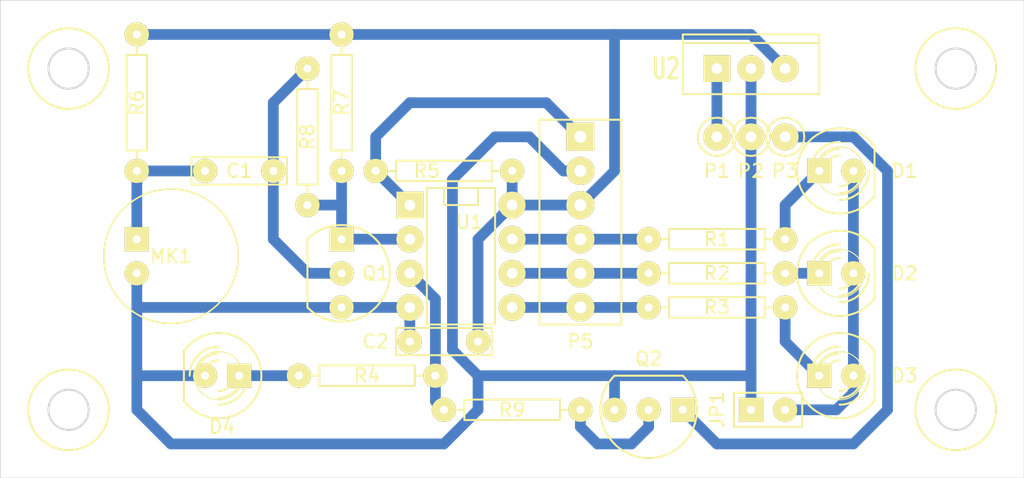
<source format=kicad_pcb>
(kicad_pcb (version 20171130) (host pcbnew 5.1.9+dfsg1-1~bpo10+1)

  (general
    (thickness 1.6)
    (drawings 4)
    (tracks 82)
    (zones 0)
    (modules 29)
    (nets 19)
  )

  (page A4)
  (layers
    (0 F.Cu signal)
    (31 B.Cu signal)
    (32 B.Adhes user)
    (33 F.Adhes user)
    (34 B.Paste user)
    (35 F.Paste user)
    (36 B.SilkS user)
    (37 F.SilkS user)
    (38 B.Mask user)
    (39 F.Mask user)
    (40 Dwgs.User user)
    (41 Cmts.User user)
    (42 Eco1.User user)
    (43 Eco2.User user)
    (44 Edge.Cuts user)
    (45 Margin user)
    (46 B.CrtYd user)
    (47 F.CrtYd user)
    (48 B.Fab user)
    (49 F.Fab user)
  )

  (setup
    (last_trace_width 0.8)
    (trace_clearance 0.2)
    (zone_clearance 0.508)
    (zone_45_only no)
    (trace_min 0.2)
    (via_size 0.8)
    (via_drill 0.4)
    (via_min_size 0.4)
    (via_min_drill 0.3)
    (uvia_size 0.3)
    (uvia_drill 0.1)
    (uvias_allowed no)
    (uvia_min_size 0.2)
    (uvia_min_drill 0.1)
    (edge_width 0.05)
    (segment_width 0.2)
    (pcb_text_width 0.3)
    (pcb_text_size 1.5 1.5)
    (mod_edge_width 0.12)
    (mod_text_size 1 1)
    (mod_text_width 0.15)
    (pad_size 1.524 1.524)
    (pad_drill 0.762)
    (pad_to_mask_clearance 0)
    (aux_axis_origin 0 0)
    (visible_elements FFFFFF7F)
    (pcbplotparams
      (layerselection 0x010fc_ffffffff)
      (usegerberextensions false)
      (usegerberattributes true)
      (usegerberadvancedattributes true)
      (creategerberjobfile true)
      (excludeedgelayer true)
      (linewidth 0.100000)
      (plotframeref false)
      (viasonmask false)
      (mode 1)
      (useauxorigin false)
      (hpglpennumber 1)
      (hpglpenspeed 20)
      (hpglpendiameter 15.000000)
      (psnegative false)
      (psa4output false)
      (plotreference true)
      (plotvalue true)
      (plotinvisibletext false)
      (padsonsilk false)
      (subtractmaskfromsilk false)
      (outputformat 1)
      (mirror false)
      (drillshape 1)
      (scaleselection 1)
      (outputdirectory ""))
  )

  (net 0 "")
  (net 1 "Net-(C1-Pad1)")
  (net 2 "Net-(C1-Pad2)")
  (net 3 "Net-(D1-Pad2)")
  (net 4 "Net-(D1-Pad1)")
  (net 5 "Net-(D2-Pad1)")
  (net 6 "Net-(D3-Pad1)")
  (net 7 "Net-(D4-Pad1)")
  (net 8 "Net-(P1-Pad1)")
  (net 9 "Net-(P3-Pad1)")
  (net 10 "Net-(P5-Pad1)")
  (net 11 "Net-(P5-Pad4)")
  (net 12 "Net-(P5-Pad5)")
  (net 13 "Net-(P5-Pad6)")
  (net 14 "Net-(Q1-Pad1)")
  (net 15 "Net-(Q2-Pad2)")
  (net 16 "Net-(R4-Pad2)")
  (net 17 "Net-(C2-Pad1)")
  (net 18 "Net-(C2-Pad2)")

  (net_class Default "This is the default net class."
    (clearance 0.2)
    (trace_width 0.8)
    (via_dia 0.8)
    (via_drill 0.4)
    (uvia_dia 0.3)
    (uvia_drill 0.1)
    (add_net "Net-(C1-Pad1)")
    (add_net "Net-(C1-Pad2)")
    (add_net "Net-(C2-Pad1)")
    (add_net "Net-(C2-Pad2)")
    (add_net "Net-(D1-Pad1)")
    (add_net "Net-(D1-Pad2)")
    (add_net "Net-(D2-Pad1)")
    (add_net "Net-(D3-Pad1)")
    (add_net "Net-(D4-Pad1)")
    (add_net "Net-(P1-Pad1)")
    (add_net "Net-(P3-Pad1)")
    (add_net "Net-(P5-Pad1)")
    (add_net "Net-(P5-Pad4)")
    (add_net "Net-(P5-Pad5)")
    (add_net "Net-(P5-Pad6)")
    (add_net "Net-(Q1-Pad1)")
    (add_net "Net-(Q2-Pad2)")
    (add_net "Net-(R4-Pad2)")
  )

  (module kicad:TO220_VERT (layer F.Cu) (tedit 60070A54) (tstamp 6007085E)
    (at 149.86 43.18 90)
    (descr "Regulateur TO220 serie LM78xx")
    (tags "TR TO220")
    (path /5FFF46EE)
    (fp_text reference U2 (at 0 -6.35) (layer F.SilkS)
      (effects (font (size 1.524 1.016) (thickness 0.2032)))
    )
    (fp_text value 7805 (at 0 6.35 90) (layer F.SilkS) hide
      (effects (font (size 1.524 1.016) (thickness 0.2032)))
    )
    (fp_line (start 1.905 -5.08) (end 2.54 -5.08) (layer F.SilkS) (width 0.15))
    (fp_line (start 2.54 -5.08) (end 2.54 5.08) (layer F.SilkS) (width 0.15))
    (fp_line (start 2.54 5.08) (end 1.905 5.08) (layer F.SilkS) (width 0.15))
    (fp_line (start -1.905 -5.08) (end 1.905 -5.08) (layer F.SilkS) (width 0.15))
    (fp_line (start 1.905 -5.08) (end 1.905 5.08) (layer F.SilkS) (width 0.15))
    (fp_line (start 1.905 5.08) (end -1.905 5.08) (layer F.SilkS) (width 0.15))
    (fp_line (start -1.905 5.08) (end -1.905 -5.08) (layer F.SilkS) (width 0.15))
    (pad 3 thru_hole circle (at 0 2.54 90) (size 2 2) (drill 0.8) (layers *.Cu *.Mask F.SilkS)
      (net 17 "Net-(C2-Pad1)"))
    (pad 2 thru_hole circle (at 0 0 90) (size 2 2) (drill 0.8) (layers *.Cu *.Mask F.SilkS)
      (net 18 "Net-(C2-Pad2)"))
    (pad 1 thru_hole rect (at 0 -2.54 90) (size 2 2) (drill 0.8) (layers *.Cu *.Mask F.SilkS)
      (net 8 "Net-(P1-Pad1)"))
  )

  (module kicad:ELECTRET (layer F.Cu) (tedit 600702B1) (tstamp 6005F14F)
    (at 106.68 57.15)
    (descr "Transistor TO92 brochage type BC337")
    (tags "TR TO92")
    (path /6006A05B)
    (fp_text reference MK1 (at 0 0 180) (layer F.SilkS)
      (effects (font (size 1 1) (thickness 0.15)))
    )
    (fp_text value Microphone (at 0 6.35 180) (layer F.SilkS) hide
      (effects (font (size 1 1) (thickness 0.15)))
    )
    (fp_circle (center 0 0) (end 5 0) (layer F.SilkS) (width 0.12))
    (pad 1 thru_hole rect (at -2.54 -1.27 180) (size 1.80086 1.80086) (drill 0.59944) (layers *.Cu *.Mask F.SilkS)
      (net 2 "Net-(C1-Pad2)"))
    (pad 2 thru_hole circle (at -2.54 1.27 180) (size 1.80086 1.80086) (drill 0.59944) (layers *.Cu *.Mask F.SilkS)
      (net 18 "Net-(C2-Pad2)"))
    (model discret/to98.wrl
      (at (xyz 0 0 0))
      (scale (xyz 1 1 1))
      (rotate (xyz 0 0 0))
    )
  )

  (module kicad:ENTRETOISE (layer F.Cu) (tedit 5F5F89AC) (tstamp 6005EF1F)
    (at 99.06 43.18)
    (fp_text reference REF** (at 0 -3.81) (layer F.SilkS) hide
      (effects (font (size 1 1) (thickness 0.15)))
    )
    (fp_text value ENTRETOISE (at 0 3.81) (layer F.Fab) hide
      (effects (font (size 1 1) (thickness 0.15)))
    )
    (fp_circle (center 0 0) (end 3 0) (layer F.SilkS) (width 0.15))
    (fp_circle (center 0 0) (end 1.5 0) (layer Edge.Cuts) (width 0.15))
  )

  (module kicad:ENTRETOISE (layer F.Cu) (tedit 5F5F89AC) (tstamp 6005EF0A)
    (at 99.06 68.58)
    (fp_text reference REF** (at 0 -3.81) (layer F.SilkS) hide
      (effects (font (size 1 1) (thickness 0.15)))
    )
    (fp_text value ENTRETOISE (at 0 3.81) (layer F.Fab) hide
      (effects (font (size 1 1) (thickness 0.15)))
    )
    (fp_circle (center 0 0) (end 3 0) (layer F.SilkS) (width 0.15))
    (fp_circle (center 0 0) (end 1.5 0) (layer Edge.Cuts) (width 0.15))
  )

  (module kicad:ENTRETOISE (layer F.Cu) (tedit 5F5F89AC) (tstamp 6005EEF5)
    (at 165.1 68.58)
    (fp_text reference REF** (at 0 -3.81) (layer F.SilkS) hide
      (effects (font (size 1 1) (thickness 0.15)))
    )
    (fp_text value ENTRETOISE (at 0 3.81) (layer F.Fab) hide
      (effects (font (size 1 1) (thickness 0.15)))
    )
    (fp_circle (center 0 0) (end 3 0) (layer F.SilkS) (width 0.15))
    (fp_circle (center 0 0) (end 1.5 0) (layer Edge.Cuts) (width 0.15))
  )

  (module kicad:ENTRETOISE (layer F.Cu) (tedit 5F5F89AC) (tstamp 6005EEE0)
    (at 165.1 43.18)
    (fp_text reference REF** (at 0 -3.81) (layer F.SilkS) hide
      (effects (font (size 1 1) (thickness 0.15)))
    )
    (fp_text value ENTRETOISE (at 0 3.81) (layer F.Fab) hide
      (effects (font (size 1 1) (thickness 0.15)))
    )
    (fp_circle (center 0 0) (end 3 0) (layer F.SilkS) (width 0.15))
    (fp_circle (center 0 0) (end 1.5 0) (layer Edge.Cuts) (width 0.15))
  )

  (module kicad:C2 (layer F.Cu) (tedit 5C4E1294) (tstamp 6004A8A1)
    (at 111.76 50.8 180)
    (descr "Condensateur = 2 pas")
    (tags C)
    (path /5EAC7AB6)
    (fp_text reference C1 (at 0 0) (layer F.SilkS)
      (effects (font (size 1 1) (thickness 0.15)))
    )
    (fp_text value C (at -1.27 0) (layer F.SilkS) hide
      (effects (font (size 1.016 1.016) (thickness 0.2032)))
    )
    (fp_line (start -3.556 -1.016) (end 3.556 -1.016) (layer F.SilkS) (width 0.15))
    (fp_line (start 3.556 -1.016) (end 3.556 1.016) (layer F.SilkS) (width 0.15))
    (fp_line (start 3.556 1.016) (end -3.556 1.016) (layer F.SilkS) (width 0.15))
    (fp_line (start -3.556 1.016) (end -3.556 -1.016) (layer F.SilkS) (width 0.15))
    (pad 1 thru_hole circle (at -2.54 0 180) (size 1.80086 1.80086) (drill 0.59944) (layers *.Cu *.Mask F.SilkS)
      (net 1 "Net-(C1-Pad1)"))
    (pad 2 thru_hole circle (at 2.54 0 180) (size 1.80086 1.80086) (drill 0.59944) (layers *.Cu *.Mask F.SilkS)
      (net 2 "Net-(C1-Pad2)"))
    (model discret/capa_2pas_5x5mm.wrl
      (at (xyz 0 0 0))
      (scale (xyz 1 1 1))
      (rotate (xyz 0 0 0))
    )
  )

  (module kicad:LED-5MM (layer F.Cu) (tedit 5C4E130D) (tstamp 6004AAB9)
    (at 156.21 50.8)
    (descr "LED 5mm - Lead pitch 100mil (2,54mm)")
    (tags "LED led 5mm 5MM 100mil 2,54mm")
    (path /5E8E72CF)
    (fp_text reference D1 (at 5.08 0 180) (layer F.SilkS)
      (effects (font (size 1 1) (thickness 0.15)))
    )
    (fp_text value LED (at 0 3.81) (layer F.SilkS) hide
      (effects (font (size 1 1) (thickness 0.15)))
    )
    (fp_circle (center 0.254 0) (end -1.016 1.27) (layer F.SilkS) (width 0.0762))
    (fp_line (start 2.8448 1.905) (end 2.8448 -1.905) (layer F.SilkS) (width 0.15))
    (fp_arc (start 0.254 0) (end 2.413 0) (angle 90) (layer F.SilkS) (width 0.1524))
    (fp_arc (start 0.254 0) (end -1.905 0) (angle 90) (layer F.SilkS) (width 0.1524))
    (fp_arc (start 0.254 0) (end 1.905 0) (angle 90) (layer F.SilkS) (width 0.1524))
    (fp_arc (start 0.254 0) (end -1.397 0) (angle 90) (layer F.SilkS) (width 0.1524))
    (fp_arc (start 0.254 0) (end 1.397 0) (angle 90) (layer F.SilkS) (width 0.1524))
    (fp_arc (start 0.254 0) (end -0.889 0) (angle 90) (layer F.SilkS) (width 0.1524))
    (fp_arc (start 0.254 0) (end 2.794 1.905) (angle 286.2) (layer F.SilkS) (width 0.15))
    (pad 2 thru_hole circle (at 1.27 0) (size 1.80086 1.80086) (drill 0.59944) (layers *.Cu F.Paste F.SilkS F.Mask)
      (net 3 "Net-(D1-Pad2)"))
    (pad 1 thru_hole rect (at -1.27 0) (size 1.80086 1.80086) (drill 0.59944) (layers *.Cu F.Paste F.SilkS F.Mask)
      (net 4 "Net-(D1-Pad1)"))
    (model discret/leds/led5_vertical_verde.wrl
      (at (xyz 0 0 0))
      (scale (xyz 1 1 1))
      (rotate (xyz 0 0 0))
    )
  )

  (module kicad:LED-5MM (layer F.Cu) (tedit 5C4E130D) (tstamp 6004AB16)
    (at 156.21 58.42)
    (descr "LED 5mm - Lead pitch 100mil (2,54mm)")
    (tags "LED led 5mm 5MM 100mil 2,54mm")
    (path /5E8E7904)
    (fp_text reference D2 (at 5.08 0 180) (layer F.SilkS)
      (effects (font (size 1 1) (thickness 0.15)))
    )
    (fp_text value LED (at 0 3.81) (layer F.SilkS) hide
      (effects (font (size 1 1) (thickness 0.15)))
    )
    (fp_line (start 2.8448 1.905) (end 2.8448 -1.905) (layer F.SilkS) (width 0.15))
    (fp_circle (center 0.254 0) (end -1.016 1.27) (layer F.SilkS) (width 0.0762))
    (fp_arc (start 0.254 0) (end 2.794 1.905) (angle 286.2) (layer F.SilkS) (width 0.15))
    (fp_arc (start 0.254 0) (end -0.889 0) (angle 90) (layer F.SilkS) (width 0.1524))
    (fp_arc (start 0.254 0) (end 1.397 0) (angle 90) (layer F.SilkS) (width 0.1524))
    (fp_arc (start 0.254 0) (end -1.397 0) (angle 90) (layer F.SilkS) (width 0.1524))
    (fp_arc (start 0.254 0) (end 1.905 0) (angle 90) (layer F.SilkS) (width 0.1524))
    (fp_arc (start 0.254 0) (end -1.905 0) (angle 90) (layer F.SilkS) (width 0.1524))
    (fp_arc (start 0.254 0) (end 2.413 0) (angle 90) (layer F.SilkS) (width 0.1524))
    (pad 1 thru_hole rect (at -1.27 0) (size 1.80086 1.80086) (drill 0.59944) (layers *.Cu F.Paste F.SilkS F.Mask)
      (net 5 "Net-(D2-Pad1)"))
    (pad 2 thru_hole circle (at 1.27 0) (size 1.80086 1.80086) (drill 0.59944) (layers *.Cu F.Paste F.SilkS F.Mask)
      (net 3 "Net-(D1-Pad2)"))
    (model discret/leds/led5_vertical_verde.wrl
      (at (xyz 0 0 0))
      (scale (xyz 1 1 1))
      (rotate (xyz 0 0 0))
    )
  )

  (module kicad:LED-5MM (layer F.Cu) (tedit 5C4E130D) (tstamp 6004AB40)
    (at 156.21 66.04)
    (descr "LED 5mm - Lead pitch 100mil (2,54mm)")
    (tags "LED led 5mm 5MM 100mil 2,54mm")
    (path /5E8E7A6B)
    (fp_text reference D3 (at 5.08 0 180) (layer F.SilkS)
      (effects (font (size 1 1) (thickness 0.15)))
    )
    (fp_text value LED (at 0 3.81) (layer F.SilkS) hide
      (effects (font (size 1 1) (thickness 0.15)))
    )
    (fp_circle (center 0.254 0) (end -1.016 1.27) (layer F.SilkS) (width 0.0762))
    (fp_line (start 2.8448 1.905) (end 2.8448 -1.905) (layer F.SilkS) (width 0.15))
    (fp_arc (start 0.254 0) (end 2.413 0) (angle 90) (layer F.SilkS) (width 0.1524))
    (fp_arc (start 0.254 0) (end -1.905 0) (angle 90) (layer F.SilkS) (width 0.1524))
    (fp_arc (start 0.254 0) (end 1.905 0) (angle 90) (layer F.SilkS) (width 0.1524))
    (fp_arc (start 0.254 0) (end -1.397 0) (angle 90) (layer F.SilkS) (width 0.1524))
    (fp_arc (start 0.254 0) (end 1.397 0) (angle 90) (layer F.SilkS) (width 0.1524))
    (fp_arc (start 0.254 0) (end -0.889 0) (angle 90) (layer F.SilkS) (width 0.1524))
    (fp_arc (start 0.254 0) (end 2.794 1.905) (angle 286.2) (layer F.SilkS) (width 0.15))
    (pad 2 thru_hole circle (at 1.27 0) (size 1.80086 1.80086) (drill 0.59944) (layers *.Cu F.Paste F.SilkS F.Mask)
      (net 3 "Net-(D1-Pad2)"))
    (pad 1 thru_hole rect (at -1.27 0) (size 1.80086 1.80086) (drill 0.59944) (layers *.Cu F.Paste F.SilkS F.Mask)
      (net 6 "Net-(D3-Pad1)"))
    (model discret/leds/led5_vertical_verde.wrl
      (at (xyz 0 0 0))
      (scale (xyz 1 1 1))
      (rotate (xyz 0 0 0))
    )
  )

  (module kicad:LED-5MM (layer F.Cu) (tedit 5C4E130D) (tstamp 60070818)
    (at 110.49 66.04 180)
    (descr "LED 5mm - Lead pitch 100mil (2,54mm)")
    (tags "LED led 5mm 5MM 100mil 2,54mm")
    (path /5E8E8078)
    (fp_text reference D4 (at 0 -3.81 180) (layer F.SilkS)
      (effects (font (size 1 1) (thickness 0.15)))
    )
    (fp_text value LED (at 0 3.81) (layer F.SilkS) hide
      (effects (font (size 1 1) (thickness 0.15)))
    )
    (fp_line (start 2.8448 1.905) (end 2.8448 -1.905) (layer F.SilkS) (width 0.15))
    (fp_circle (center 0.254 0) (end -1.016 1.27) (layer F.SilkS) (width 0.0762))
    (fp_arc (start 0.254 0) (end 2.794 1.905) (angle 286.2) (layer F.SilkS) (width 0.15))
    (fp_arc (start 0.254 0) (end -0.889 0) (angle 90) (layer F.SilkS) (width 0.1524))
    (fp_arc (start 0.254 0) (end 1.397 0) (angle 90) (layer F.SilkS) (width 0.1524))
    (fp_arc (start 0.254 0) (end -1.397 0) (angle 90) (layer F.SilkS) (width 0.1524))
    (fp_arc (start 0.254 0) (end 1.905 0) (angle 90) (layer F.SilkS) (width 0.1524))
    (fp_arc (start 0.254 0) (end -1.905 0) (angle 90) (layer F.SilkS) (width 0.1524))
    (fp_arc (start 0.254 0) (end 2.413 0) (angle 90) (layer F.SilkS) (width 0.1524))
    (pad 1 thru_hole rect (at -1.27 0 180) (size 1.80086 1.80086) (drill 0.59944) (layers *.Cu F.Paste F.SilkS F.Mask)
      (net 7 "Net-(D4-Pad1)"))
    (pad 2 thru_hole circle (at 1.27 0 180) (size 1.80086 1.80086) (drill 0.59944) (layers *.Cu F.Paste F.SilkS F.Mask)
      (net 18 "Net-(C2-Pad2)"))
    (model discret/leds/led5_vertical_verde.wrl
      (at (xyz 0 0 0))
      (scale (xyz 1 1 1))
      (rotate (xyz 0 0 0))
    )
  )

  (module kicad:PIN_ARRAY_2X1 (layer F.Cu) (tedit 5C69C958) (tstamp 60059CBC)
    (at 151.13 68.58)
    (descr "Connecteurs 2 pins")
    (tags "CONN DEV")
    (path /5E9A1817)
    (fp_text reference JP1 (at -3.81 0 90) (layer F.SilkS)
      (effects (font (size 1 1) (thickness 0.15)))
    )
    (fp_text value JUMPER (at 0 2.54) (layer F.SilkS) hide
      (effects (font (size 0.762 0.762) (thickness 0.1524)))
    )
    (fp_line (start -2.54 1.27) (end -2.54 -1.27) (layer F.SilkS) (width 0.1524))
    (fp_line (start -2.54 -1.27) (end 2.54 -1.27) (layer F.SilkS) (width 0.1524))
    (fp_line (start 2.54 -1.27) (end 2.54 1.27) (layer F.SilkS) (width 0.1524))
    (fp_line (start 2.54 1.27) (end -2.54 1.27) (layer F.SilkS) (width 0.1524))
    (pad 1 thru_hole rect (at -1.27 0) (size 1.80086 1.80086) (drill 0.59944) (layers *.Cu *.Mask F.SilkS)
      (net 18 "Net-(C2-Pad2)"))
    (pad 2 thru_hole circle (at 1.27 0) (size 1.80086 1.80086) (drill 0.59944) (layers *.Cu *.Mask F.SilkS)
      (net 3 "Net-(D1-Pad2)"))
    (model pin_array/pins_array_2x1.wrl
      (at (xyz 0 0 0))
      (scale (xyz 1 1 1))
      (rotate (xyz 0 0 0))
    )
  )

  (module kicad:PIN_ARRAY_1X1 (layer F.Cu) (tedit 5C4E0FE2) (tstamp 6004A7C5)
    (at 147.32 48.26)
    (descr "module 1 pin (ou trou mecanique de percage)")
    (tags DEV)
    (path /5EABECB0)
    (fp_text reference P1 (at 0 2.54) (layer F.SilkS)
      (effects (font (size 1 1) (thickness 0.15)))
    )
    (fp_text value CONN_1 (at 0 2.794) (layer F.SilkS) hide
      (effects (font (size 1.016 1.016) (thickness 0.254)))
    )
    (fp_circle (center 0 0) (end 1.27 0.635) (layer F.SilkS) (width 0.15))
    (pad 1 thru_hole circle (at 0 0) (size 2 2) (drill 0.8) (layers *.Cu *.Mask F.SilkS)
      (net 8 "Net-(P1-Pad1)"))
  )

  (module kicad:PIN_ARRAY_1X1 (layer F.Cu) (tedit 5C4E0FE2) (tstamp 6004A936)
    (at 149.86 48.26)
    (descr "module 1 pin (ou trou mecanique de percage)")
    (tags DEV)
    (path /5EABECE4)
    (fp_text reference P2 (at 0 2.54) (layer F.SilkS)
      (effects (font (size 1 1) (thickness 0.15)))
    )
    (fp_text value CONN_1 (at 0 2.794) (layer F.SilkS) hide
      (effects (font (size 1.016 1.016) (thickness 0.254)))
    )
    (fp_circle (center 0 0) (end 1.27 0.635) (layer F.SilkS) (width 0.15))
    (pad 1 thru_hole circle (at 0 0) (size 2 2) (drill 0.8) (layers *.Cu *.Mask F.SilkS)
      (net 18 "Net-(C2-Pad2)"))
  )

  (module kicad:PIN_ARRAY_1X1 (layer F.Cu) (tedit 5C4E0FE2) (tstamp 6004A996)
    (at 152.4 48.26)
    (descr "module 1 pin (ou trou mecanique de percage)")
    (tags DEV)
    (path /5E8F8727)
    (fp_text reference P3 (at 0 2.54) (layer F.SilkS)
      (effects (font (size 1 1) (thickness 0.15)))
    )
    (fp_text value CONN_1 (at 0 2.794) (layer F.SilkS) hide
      (effects (font (size 1.016 1.016) (thickness 0.254)))
    )
    (fp_circle (center 0 0) (end 1.27 0.635) (layer F.SilkS) (width 0.15))
    (pad 1 thru_hole circle (at 0 0) (size 2 2) (drill 0.8) (layers *.Cu *.Mask F.SilkS)
      (net 9 "Net-(P3-Pad1)"))
  )

  (module kicad:PIN_ARRAY_6X1 (layer F.Cu) (tedit 5C69CA73) (tstamp 6004A956)
    (at 137.16 54.61 270)
    (descr "Connecteur 6 pins")
    (tags "CONN DEV")
    (path /5E8E542A)
    (fp_text reference P5 (at 8.89 0) (layer F.SilkS)
      (effects (font (size 1 1) (thickness 0.15)))
    )
    (fp_text value CONN_6 (at 0 2.159 90) (layer F.SilkS) hide
      (effects (font (size 1 1) (thickness 0.15)))
    )
    (fp_line (start -7.62 3.048) (end -7.62 -3.048) (layer F.SilkS) (width 0.15))
    (fp_line (start 7.62 3.048) (end -7.62 3.048) (layer F.SilkS) (width 0.15))
    (fp_line (start 7.62 -3.048) (end 7.62 3.048) (layer F.SilkS) (width 0.15))
    (fp_line (start -7.62 -3.048) (end 7.62 -3.048) (layer F.SilkS) (width 0.15))
    (pad 6 thru_hole circle (at 6.35 0 270) (size 2.10058 2.10058) (drill 0.89916) (layers *.Cu *.Mask F.SilkS)
      (net 13 "Net-(P5-Pad6)"))
    (pad 5 thru_hole circle (at 3.81 0 270) (size 2.10058 2.10058) (drill 0.89916) (layers *.Cu *.Mask F.SilkS)
      (net 12 "Net-(P5-Pad5)"))
    (pad 4 thru_hole circle (at 1.27 0 270) (size 2.10058 2.10058) (drill 0.89916) (layers *.Cu *.Mask F.SilkS)
      (net 11 "Net-(P5-Pad4)"))
    (pad 3 thru_hole circle (at -1.27 0 270) (size 2.10058 2.10058) (drill 0.89916) (layers *.Cu *.Mask F.SilkS)
      (net 17 "Net-(C2-Pad1)"))
    (pad 2 thru_hole circle (at -3.81 0 270) (size 2.10058 2.10058) (drill 0.89916) (layers *.Cu *.Mask F.SilkS)
      (net 18 "Net-(C2-Pad2)"))
    (pad 1 thru_hole rect (at -6.35 0 270) (size 2.10058 2.10058) (drill 0.89916) (layers *.Cu *.Mask F.SilkS)
      (net 10 "Net-(P5-Pad1)"))
    (model pin_array/pins_array_6x1.wrl
      (at (xyz 0 0 0))
      (scale (xyz 1 1 1))
      (rotate (xyz 0 0 0))
    )
  )

  (module kicad:NPN (layer F.Cu) (tedit 5D321F7E) (tstamp 6004A866)
    (at 119.38 58.42)
    (descr "Transistor TO92 brochage type BC337")
    (tags "TR TO92")
    (path /5EAC7A06)
    (fp_text reference Q1 (at 2.54 0 180) (layer F.SilkS)
      (effects (font (size 1 1) (thickness 0.15)))
    )
    (fp_text value NPN (at 2.032 0 90) (layer F.SilkS) hide
      (effects (font (size 1 1) (thickness 0.15)))
    )
    (fp_line (start -2.54 2.54) (end -2.54 -2.54) (layer F.SilkS) (width 0.15))
    (fp_arc (start 0 0) (end -2.54 -2.54) (angle 90) (layer F.SilkS) (width 0.15))
    (fp_arc (start 0 0) (end 2.54 -2.54) (angle 90) (layer F.SilkS) (width 0.15))
    (fp_arc (start 0 0) (end 2.54 2.54) (angle 90) (layer F.SilkS) (width 0.15))
    (pad 3 thru_hole circle (at 0 2.54 180) (size 1.80086 1.80086) (drill 0.59944) (layers *.Cu *.Mask F.SilkS)
      (net 18 "Net-(C2-Pad2)"))
    (pad 2 thru_hole circle (at 0 0 180) (size 1.80086 1.80086) (drill 0.59944) (layers *.Cu *.Mask F.SilkS)
      (net 1 "Net-(C1-Pad1)"))
    (pad 1 thru_hole rect (at 0 -2.54 180) (size 1.80086 1.80086) (drill 0.59944) (layers *.Cu *.Mask F.SilkS)
      (net 14 "Net-(Q1-Pad1)"))
    (model discret/to98.wrl
      (at (xyz 0 0 0))
      (scale (xyz 1 1 1))
      (rotate (xyz 0 0 0))
    )
  )

  (module kicad:NPN (layer F.Cu) (tedit 5D321F7E) (tstamp 60059BC7)
    (at 142.24 68.58 270)
    (descr "Transistor TO92 brochage type BC337")
    (tags "TR TO92")
    (path /5FFE3DFE)
    (fp_text reference Q2 (at -3.81 0) (layer F.SilkS)
      (effects (font (size 1 1) (thickness 0.15)))
    )
    (fp_text value NPN (at 2.032 0) (layer F.SilkS) hide
      (effects (font (size 1 1) (thickness 0.15)))
    )
    (fp_line (start -2.54 2.54) (end -2.54 -2.54) (layer F.SilkS) (width 0.15))
    (fp_arc (start 0 0) (end 2.54 2.54) (angle 90) (layer F.SilkS) (width 0.15))
    (fp_arc (start 0 0) (end 2.54 -2.54) (angle 90) (layer F.SilkS) (width 0.15))
    (fp_arc (start 0 0) (end -2.54 -2.54) (angle 90) (layer F.SilkS) (width 0.15))
    (pad 1 thru_hole rect (at 0 -2.54 90) (size 1.80086 1.80086) (drill 0.59944) (layers *.Cu *.Mask F.SilkS)
      (net 9 "Net-(P3-Pad1)"))
    (pad 2 thru_hole circle (at 0 0 90) (size 1.80086 1.80086) (drill 0.59944) (layers *.Cu *.Mask F.SilkS)
      (net 15 "Net-(Q2-Pad2)"))
    (pad 3 thru_hole circle (at 0 2.54 90) (size 1.80086 1.80086) (drill 0.59944) (layers *.Cu *.Mask F.SilkS)
      (net 18 "Net-(C2-Pad2)"))
    (model discret/to98.wrl
      (at (xyz 0 0 0))
      (scale (xyz 1 1 1))
      (rotate (xyz 0 0 0))
    )
  )

  (module kicad:R4 (layer F.Cu) (tedit 5C4E0F96) (tstamp 6004A97B)
    (at 147.32 55.88 180)
    (descr "Resitance 4 pas")
    (tags R)
    (path /5E8E6934)
    (autoplace_cost180 10)
    (fp_text reference R1 (at 0 0 180) (layer F.SilkS)
      (effects (font (size 1 1) (thickness 0.15)))
    )
    (fp_text value R (at -3.048 0) (layer F.SilkS) hide
      (effects (font (size 1 1) (thickness 0.15)))
    )
    (fp_line (start -3.556 -0.762) (end 3.556 -0.762) (layer F.SilkS) (width 0.15))
    (fp_line (start -3.556 0.762) (end 3.556 0.762) (layer F.SilkS) (width 0.15))
    (fp_line (start 3.556 0) (end 4.064 0) (layer F.SilkS) (width 0.15))
    (fp_line (start -3.556 0) (end -4.064 0) (layer F.SilkS) (width 0.15))
    (fp_line (start -3.556 -0.762) (end -3.556 0.762) (layer F.SilkS) (width 0.15))
    (fp_line (start 3.556 -0.762) (end 3.556 0.762) (layer F.SilkS) (width 0.15))
    (pad 2 thru_hole circle (at 5.08 0 180) (size 1.80086 1.80086) (drill 0.59944) (layers *.Cu *.Mask F.SilkS)
      (net 11 "Net-(P5-Pad4)"))
    (pad 1 thru_hole circle (at -5.08 0 180) (size 1.80086 1.80086) (drill 0.59944) (layers *.Cu *.Mask F.SilkS)
      (net 4 "Net-(D1-Pad1)"))
    (model discret/resistor.wrl
      (at (xyz 0 0 0))
      (scale (xyz 0.4 0.4 0.4))
      (rotate (xyz 0 0 0))
    )
  )

  (module kicad:R4 (layer F.Cu) (tedit 5C4E0F96) (tstamp 6004A8E2)
    (at 147.32 58.42 180)
    (descr "Resitance 4 pas")
    (tags R)
    (path /5E8E701E)
    (autoplace_cost180 10)
    (fp_text reference R2 (at 0 0) (layer F.SilkS)
      (effects (font (size 1 1) (thickness 0.15)))
    )
    (fp_text value R (at -3.048 0) (layer F.SilkS) hide
      (effects (font (size 1 1) (thickness 0.15)))
    )
    (fp_line (start 3.556 -0.762) (end 3.556 0.762) (layer F.SilkS) (width 0.15))
    (fp_line (start -3.556 -0.762) (end -3.556 0.762) (layer F.SilkS) (width 0.15))
    (fp_line (start -3.556 0) (end -4.064 0) (layer F.SilkS) (width 0.15))
    (fp_line (start 3.556 0) (end 4.064 0) (layer F.SilkS) (width 0.15))
    (fp_line (start -3.556 0.762) (end 3.556 0.762) (layer F.SilkS) (width 0.15))
    (fp_line (start -3.556 -0.762) (end 3.556 -0.762) (layer F.SilkS) (width 0.15))
    (pad 1 thru_hole circle (at -5.08 0 180) (size 1.80086 1.80086) (drill 0.59944) (layers *.Cu *.Mask F.SilkS)
      (net 5 "Net-(D2-Pad1)"))
    (pad 2 thru_hole circle (at 5.08 0 180) (size 1.80086 1.80086) (drill 0.59944) (layers *.Cu *.Mask F.SilkS)
      (net 12 "Net-(P5-Pad5)"))
    (model discret/resistor.wrl
      (at (xyz 0 0 0))
      (scale (xyz 0.4 0.4 0.4))
      (rotate (xyz 0 0 0))
    )
  )

  (module kicad:R4 (layer F.Cu) (tedit 5C4E0F96) (tstamp 6004AA86)
    (at 147.32 60.96 180)
    (descr "Resitance 4 pas")
    (tags R)
    (path /5E8E5F8A)
    (autoplace_cost180 10)
    (fp_text reference R3 (at 0 0) (layer F.SilkS)
      (effects (font (size 1 1) (thickness 0.15)))
    )
    (fp_text value R (at -3.048 0) (layer F.SilkS) hide
      (effects (font (size 1 1) (thickness 0.15)))
    )
    (fp_line (start -3.556 -0.762) (end 3.556 -0.762) (layer F.SilkS) (width 0.15))
    (fp_line (start -3.556 0.762) (end 3.556 0.762) (layer F.SilkS) (width 0.15))
    (fp_line (start 3.556 0) (end 4.064 0) (layer F.SilkS) (width 0.15))
    (fp_line (start -3.556 0) (end -4.064 0) (layer F.SilkS) (width 0.15))
    (fp_line (start -3.556 -0.762) (end -3.556 0.762) (layer F.SilkS) (width 0.15))
    (fp_line (start 3.556 -0.762) (end 3.556 0.762) (layer F.SilkS) (width 0.15))
    (pad 2 thru_hole circle (at 5.08 0 180) (size 1.80086 1.80086) (drill 0.59944) (layers *.Cu *.Mask F.SilkS)
      (net 13 "Net-(P5-Pad6)"))
    (pad 1 thru_hole circle (at -5.08 0 180) (size 1.80086 1.80086) (drill 0.59944) (layers *.Cu *.Mask F.SilkS)
      (net 6 "Net-(D3-Pad1)"))
    (model discret/resistor.wrl
      (at (xyz 0 0 0))
      (scale (xyz 0.4 0.4 0.4))
      (rotate (xyz 0 0 0))
    )
  )

  (module kicad:R4 (layer F.Cu) (tedit 5C4E0F96) (tstamp 6004A9E4)
    (at 121.285 66.04)
    (descr "Resitance 4 pas")
    (tags R)
    (path /5E8E6714)
    (autoplace_cost180 10)
    (fp_text reference R4 (at 0 0) (layer F.SilkS)
      (effects (font (size 1 1) (thickness 0.15)))
    )
    (fp_text value R (at -3.048 0) (layer F.SilkS) hide
      (effects (font (size 1 1) (thickness 0.15)))
    )
    (fp_line (start 3.556 -0.762) (end 3.556 0.762) (layer F.SilkS) (width 0.15))
    (fp_line (start -3.556 -0.762) (end -3.556 0.762) (layer F.SilkS) (width 0.15))
    (fp_line (start -3.556 0) (end -4.064 0) (layer F.SilkS) (width 0.15))
    (fp_line (start 3.556 0) (end 4.064 0) (layer F.SilkS) (width 0.15))
    (fp_line (start -3.556 0.762) (end 3.556 0.762) (layer F.SilkS) (width 0.15))
    (fp_line (start -3.556 -0.762) (end 3.556 -0.762) (layer F.SilkS) (width 0.15))
    (pad 1 thru_hole circle (at -5.08 0) (size 1.80086 1.80086) (drill 0.59944) (layers *.Cu *.Mask F.SilkS)
      (net 7 "Net-(D4-Pad1)"))
    (pad 2 thru_hole circle (at 5.08 0) (size 1.80086 1.80086) (drill 0.59944) (layers *.Cu *.Mask F.SilkS)
      (net 16 "Net-(R4-Pad2)"))
    (model discret/resistor.wrl
      (at (xyz 0 0 0))
      (scale (xyz 0.4 0.4 0.4))
      (rotate (xyz 0 0 0))
    )
  )

  (module kicad:R4 (layer F.Cu) (tedit 5C4E0F96) (tstamp 60204BBF)
    (at 127 50.8 180)
    (descr "Resitance 4 pas")
    (tags R)
    (path /5E8E37BB)
    (autoplace_cost180 10)
    (fp_text reference R5 (at 1.27 0) (layer F.SilkS)
      (effects (font (size 1 1) (thickness 0.15)))
    )
    (fp_text value R (at -3.048 0) (layer F.SilkS) hide
      (effects (font (size 1 1) (thickness 0.15)))
    )
    (fp_line (start 3.556 -0.762) (end 3.556 0.762) (layer F.SilkS) (width 0.15))
    (fp_line (start -3.556 -0.762) (end -3.556 0.762) (layer F.SilkS) (width 0.15))
    (fp_line (start -3.556 0) (end -4.064 0) (layer F.SilkS) (width 0.15))
    (fp_line (start 3.556 0) (end 4.064 0) (layer F.SilkS) (width 0.15))
    (fp_line (start -3.556 0.762) (end 3.556 0.762) (layer F.SilkS) (width 0.15))
    (fp_line (start -3.556 -0.762) (end 3.556 -0.762) (layer F.SilkS) (width 0.15))
    (pad 1 thru_hole circle (at -5.08 0 180) (size 1.80086 1.80086) (drill 0.59944) (layers *.Cu *.Mask F.SilkS)
      (net 17 "Net-(C2-Pad1)"))
    (pad 2 thru_hole circle (at 5.08 0 180) (size 1.80086 1.80086) (drill 0.59944) (layers *.Cu *.Mask F.SilkS)
      (net 10 "Net-(P5-Pad1)"))
    (model discret/resistor.wrl
      (at (xyz 0 0 0))
      (scale (xyz 0.4 0.4 0.4))
      (rotate (xyz 0 0 0))
    )
  )

  (module kicad:R4 (layer F.Cu) (tedit 5C4E0F96) (tstamp 6004AA5C)
    (at 104.14 45.72 90)
    (descr "Resitance 4 pas")
    (tags R)
    (path /5EAC73A7)
    (autoplace_cost180 10)
    (fp_text reference R6 (at 0 0 90) (layer F.SilkS)
      (effects (font (size 1 1) (thickness 0.15)))
    )
    (fp_text value R (at -3.048 0 90) (layer F.SilkS) hide
      (effects (font (size 1 1) (thickness 0.15)))
    )
    (fp_line (start 3.556 -0.762) (end 3.556 0.762) (layer F.SilkS) (width 0.15))
    (fp_line (start -3.556 -0.762) (end -3.556 0.762) (layer F.SilkS) (width 0.15))
    (fp_line (start -3.556 0) (end -4.064 0) (layer F.SilkS) (width 0.15))
    (fp_line (start 3.556 0) (end 4.064 0) (layer F.SilkS) (width 0.15))
    (fp_line (start -3.556 0.762) (end 3.556 0.762) (layer F.SilkS) (width 0.15))
    (fp_line (start -3.556 -0.762) (end 3.556 -0.762) (layer F.SilkS) (width 0.15))
    (pad 1 thru_hole circle (at -5.08 0 90) (size 1.80086 1.80086) (drill 0.59944) (layers *.Cu *.Mask F.SilkS)
      (net 2 "Net-(C1-Pad2)"))
    (pad 2 thru_hole circle (at 5.08 0 90) (size 1.80086 1.80086) (drill 0.59944) (layers *.Cu *.Mask F.SilkS)
      (net 17 "Net-(C2-Pad1)"))
    (model discret/resistor.wrl
      (at (xyz 0 0 0))
      (scale (xyz 0.4 0.4 0.4))
      (rotate (xyz 0 0 0))
    )
  )

  (module kicad:R4 (layer F.Cu) (tedit 5C4E0F96) (tstamp 6004A807)
    (at 119.38 45.72 90)
    (descr "Resitance 4 pas")
    (tags R)
    (path /5EAC7997)
    (autoplace_cost180 10)
    (fp_text reference R7 (at 0 0 90) (layer F.SilkS)
      (effects (font (size 1 1) (thickness 0.15)))
    )
    (fp_text value R (at -3.048 0 90) (layer F.SilkS) hide
      (effects (font (size 1 1) (thickness 0.15)))
    )
    (fp_line (start 3.556 -0.762) (end 3.556 0.762) (layer F.SilkS) (width 0.15))
    (fp_line (start -3.556 -0.762) (end -3.556 0.762) (layer F.SilkS) (width 0.15))
    (fp_line (start -3.556 0) (end -4.064 0) (layer F.SilkS) (width 0.15))
    (fp_line (start 3.556 0) (end 4.064 0) (layer F.SilkS) (width 0.15))
    (fp_line (start -3.556 0.762) (end 3.556 0.762) (layer F.SilkS) (width 0.15))
    (fp_line (start -3.556 -0.762) (end 3.556 -0.762) (layer F.SilkS) (width 0.15))
    (pad 1 thru_hole circle (at -5.08 0 90) (size 1.80086 1.80086) (drill 0.59944) (layers *.Cu *.Mask F.SilkS)
      (net 14 "Net-(Q1-Pad1)"))
    (pad 2 thru_hole circle (at 5.08 0 90) (size 1.80086 1.80086) (drill 0.59944) (layers *.Cu *.Mask F.SilkS)
      (net 17 "Net-(C2-Pad1)"))
    (model discret/resistor.wrl
      (at (xyz 0 0 0))
      (scale (xyz 0.4 0.4 0.4))
      (rotate (xyz 0 0 0))
    )
  )

  (module kicad:R4 (layer F.Cu) (tedit 5C4E0F96) (tstamp 6004A846)
    (at 116.84 48.26 90)
    (descr "Resitance 4 pas")
    (tags R)
    (path /5EAC794B)
    (autoplace_cost180 10)
    (fp_text reference R8 (at 0 0 90) (layer F.SilkS)
      (effects (font (size 1 1) (thickness 0.15)))
    )
    (fp_text value R (at -3.048 0 90) (layer F.SilkS) hide
      (effects (font (size 1 1) (thickness 0.15)))
    )
    (fp_line (start -3.556 -0.762) (end 3.556 -0.762) (layer F.SilkS) (width 0.15))
    (fp_line (start -3.556 0.762) (end 3.556 0.762) (layer F.SilkS) (width 0.15))
    (fp_line (start 3.556 0) (end 4.064 0) (layer F.SilkS) (width 0.15))
    (fp_line (start -3.556 0) (end -4.064 0) (layer F.SilkS) (width 0.15))
    (fp_line (start -3.556 -0.762) (end -3.556 0.762) (layer F.SilkS) (width 0.15))
    (fp_line (start 3.556 -0.762) (end 3.556 0.762) (layer F.SilkS) (width 0.15))
    (pad 2 thru_hole circle (at 5.08 0 90) (size 1.80086 1.80086) (drill 0.59944) (layers *.Cu *.Mask F.SilkS)
      (net 1 "Net-(C1-Pad1)"))
    (pad 1 thru_hole circle (at -5.08 0 90) (size 1.80086 1.80086) (drill 0.59944) (layers *.Cu *.Mask F.SilkS)
      (net 14 "Net-(Q1-Pad1)"))
    (model discret/resistor.wrl
      (at (xyz 0 0 0))
      (scale (xyz 0.4 0.4 0.4))
      (rotate (xyz 0 0 0))
    )
  )

  (module kicad:R4 (layer F.Cu) (tedit 5C4E0F96) (tstamp 6004A8C1)
    (at 132.08 68.58 180)
    (descr "Resitance 4 pas")
    (tags R)
    (path /5FFF12F6)
    (autoplace_cost180 10)
    (fp_text reference R9 (at 0 0) (layer F.SilkS)
      (effects (font (size 1 1) (thickness 0.15)))
    )
    (fp_text value R (at -3.048 0) (layer F.SilkS) hide
      (effects (font (size 1 1) (thickness 0.15)))
    )
    (fp_line (start -3.556 -0.762) (end 3.556 -0.762) (layer F.SilkS) (width 0.15))
    (fp_line (start -3.556 0.762) (end 3.556 0.762) (layer F.SilkS) (width 0.15))
    (fp_line (start 3.556 0) (end 4.064 0) (layer F.SilkS) (width 0.15))
    (fp_line (start -3.556 0) (end -4.064 0) (layer F.SilkS) (width 0.15))
    (fp_line (start -3.556 -0.762) (end -3.556 0.762) (layer F.SilkS) (width 0.15))
    (fp_line (start 3.556 -0.762) (end 3.556 0.762) (layer F.SilkS) (width 0.15))
    (pad 2 thru_hole circle (at 5.08 0 180) (size 1.80086 1.80086) (drill 0.59944) (layers *.Cu *.Mask F.SilkS)
      (net 16 "Net-(R4-Pad2)"))
    (pad 1 thru_hole circle (at -5.08 0 180) (size 1.80086 1.80086) (drill 0.59944) (layers *.Cu *.Mask F.SilkS)
      (net 15 "Net-(Q2-Pad2)"))
    (model discret/resistor.wrl
      (at (xyz 0 0 0))
      (scale (xyz 0.4 0.4 0.4))
      (rotate (xyz 0 0 0))
    )
  )

  (module kicad:DIP-8__300 (layer F.Cu) (tedit 5C4E14D2) (tstamp 60204B71)
    (at 128.27 57.15 270)
    (descr "8 pins DIL package, round pads")
    (tags DIL)
    (path /5E8E321D)
    (fp_text reference U1 (at -2.54 -0.635) (layer F.SilkS)
      (effects (font (size 1 1) (thickness 0.15)))
    )
    (fp_text value ATTINY85-20PU (at 3.81 0) (layer F.SilkS) hide
      (effects (font (size 1 1) (thickness 0.15)))
    )
    (fp_line (start -5.08 -1.27) (end -3.81 -1.27) (layer F.SilkS) (width 0.15))
    (fp_line (start -3.81 -1.27) (end -3.81 1.27) (layer F.SilkS) (width 0.15))
    (fp_line (start -3.81 1.27) (end -5.08 1.27) (layer F.SilkS) (width 0.15))
    (fp_line (start -5.08 -2.54) (end 5.08 -2.54) (layer F.SilkS) (width 0.15))
    (fp_line (start 5.08 -2.54) (end 5.08 2.54) (layer F.SilkS) (width 0.15))
    (fp_line (start 5.08 2.54) (end -5.08 2.54) (layer F.SilkS) (width 0.15))
    (fp_line (start -5.08 2.54) (end -5.08 -2.54) (layer F.SilkS) (width 0.15))
    (pad 1 thru_hole rect (at -3.81 3.81 270) (size 1.99898 1.99898) (drill 0.8001) (layers *.Cu *.Mask F.SilkS)
      (net 10 "Net-(P5-Pad1)"))
    (pad 2 thru_hole circle (at -1.27 3.81 270) (size 1.99898 1.99898) (drill 0.8001) (layers *.Cu *.Mask F.SilkS)
      (net 14 "Net-(Q1-Pad1)"))
    (pad 3 thru_hole circle (at 1.27 3.81 270) (size 1.99898 1.99898) (drill 0.8001) (layers *.Cu *.Mask F.SilkS)
      (net 16 "Net-(R4-Pad2)"))
    (pad 4 thru_hole circle (at 3.81 3.81 270) (size 1.99898 1.99898) (drill 0.8001) (layers *.Cu *.Mask F.SilkS)
      (net 18 "Net-(C2-Pad2)"))
    (pad 5 thru_hole circle (at 3.81 -3.81 270) (size 1.99898 1.99898) (drill 0.8001) (layers *.Cu *.Mask F.SilkS)
      (net 13 "Net-(P5-Pad6)"))
    (pad 6 thru_hole circle (at 1.27 -3.81 270) (size 1.99898 1.99898) (drill 0.8001) (layers *.Cu *.Mask F.SilkS)
      (net 12 "Net-(P5-Pad5)"))
    (pad 7 thru_hole circle (at -1.27 -3.81 270) (size 1.99898 1.99898) (drill 0.8001) (layers *.Cu *.Mask F.SilkS)
      (net 11 "Net-(P5-Pad4)"))
    (pad 8 thru_hole circle (at -3.81 -3.81 270) (size 1.99898 1.99898) (drill 0.8001) (layers *.Cu *.Mask F.SilkS)
      (net 17 "Net-(C2-Pad1)"))
    (model dil/dil_8.wrl
      (at (xyz 0 0 0))
      (scale (xyz 1 1 1))
      (rotate (xyz 0 0 0))
    )
  )

  (module kicad:C2 (layer F.Cu) (tedit 5C4E1294) (tstamp 60204A1A)
    (at 127 63.5 180)
    (descr "Condensateur = 2 pas")
    (tags C)
    (path /6020777E)
    (fp_text reference C2 (at 5.08 0) (layer F.SilkS)
      (effects (font (size 1 1) (thickness 0.15)))
    )
    (fp_text value C (at -1.27 0) (layer F.SilkS) hide
      (effects (font (size 1.016 1.016) (thickness 0.2032)))
    )
    (fp_line (start -3.556 1.016) (end -3.556 -1.016) (layer F.SilkS) (width 0.15))
    (fp_line (start 3.556 1.016) (end -3.556 1.016) (layer F.SilkS) (width 0.15))
    (fp_line (start 3.556 -1.016) (end 3.556 1.016) (layer F.SilkS) (width 0.15))
    (fp_line (start -3.556 -1.016) (end 3.556 -1.016) (layer F.SilkS) (width 0.15))
    (pad 1 thru_hole circle (at -2.54 0 180) (size 1.80086 1.80086) (drill 0.59944) (layers *.Cu *.Mask F.SilkS)
      (net 17 "Net-(C2-Pad1)"))
    (pad 2 thru_hole circle (at 2.54 0 180) (size 1.80086 1.80086) (drill 0.59944) (layers *.Cu *.Mask F.SilkS)
      (net 18 "Net-(C2-Pad2)"))
    (model discret/capa_2pas_5x5mm.wrl
      (at (xyz 0 0 0))
      (scale (xyz 1 1 1))
      (rotate (xyz 0 0 0))
    )
  )

  (gr_line (start 170.18 73.66) (end 170.18 38.1) (layer Edge.Cuts) (width 0.05) (tstamp 6005998A))
  (gr_line (start 93.98 73.66) (end 170.18 73.66) (layer Edge.Cuts) (width 0.05))
  (gr_line (start 93.98 38.1) (end 93.98 73.66) (layer Edge.Cuts) (width 0.05))
  (gr_line (start 93.98 38.1) (end 170.18 38.1) (layer Edge.Cuts) (width 0.05))

  (segment (start 116.84 43.18) (end 114.3 45.72) (width 0.8) (layer B.Cu) (net 1) (status 10))
  (segment (start 114.3 45.72) (end 114.3 50.8) (width 0.8) (layer B.Cu) (net 1) (status 20))
  (segment (start 114.3 50.8) (end 114.3 55.88) (width 0.8) (layer B.Cu) (net 1) (status 10))
  (segment (start 114.3 55.88) (end 116.84 58.42) (width 0.8) (layer B.Cu) (net 1))
  (segment (start 116.84 58.42) (end 119.38 58.42) (width 0.8) (layer B.Cu) (net 1) (status 20))
  (segment (start 104.14 50.8) (end 104.14 55.88) (width 0.8) (layer B.Cu) (net 2) (status 30))
  (segment (start 104.14 50.8) (end 109.22 50.8) (width 0.8) (layer B.Cu) (net 2) (status 30))
  (segment (start 157.48 50.8) (end 157.48 58.42) (width 0.8) (layer B.Cu) (net 3) (tstamp 6004A7BE) (status 30))
  (segment (start 157.48 58.42) (end 157.48 66.04) (width 0.8) (layer B.Cu) (net 3) (tstamp 6004A947) (status 30))
  (segment (start 156.21 68.58) (end 152.4 68.58) (width 0.8) (layer B.Cu) (net 3) (status 20))
  (segment (start 157.48 66.04) (end 157.48 67.31) (width 0.8) (layer B.Cu) (net 3) (status 10))
  (segment (start 157.48 67.31) (end 156.21 68.58) (width 0.8) (layer B.Cu) (net 3))
  (segment (start 152.4 53.34) (end 154.94 50.8) (width 0.8) (layer B.Cu) (net 4) (tstamp 6004AA4C) (status 20))
  (segment (start 152.4 55.88) (end 152.4 53.34) (width 0.8) (layer B.Cu) (net 4) (tstamp 6004AA49) (status 10))
  (segment (start 152.4 58.42) (end 154.94 58.42) (width 0.8) (layer B.Cu) (net 5) (tstamp 6004AA46) (status 30))
  (segment (start 152.4 60.96) (end 152.4 63.5) (width 0.8) (layer B.Cu) (net 6) (tstamp 6004AA43) (status 10))
  (segment (start 152.4 63.5) (end 154.94 66.04) (width 0.8) (layer B.Cu) (net 6) (tstamp 6004AA79) (status 20))
  (segment (start 116.205 66.04) (end 111.76 66.04) (width 0.8) (layer B.Cu) (net 7))
  (segment (start 147.32 43.18) (end 147.32 48.26) (width 0.8) (layer B.Cu) (net 8) (tstamp 6004AA0D) (status 30))
  (segment (start 147.32 71.12) (end 157.48 71.12) (width 0.8) (layer B.Cu) (net 9))
  (segment (start 157.48 71.12) (end 160.02 68.58) (width 0.8) (layer B.Cu) (net 9))
  (segment (start 144.78 68.58) (end 147.32 71.12) (width 0.8) (layer B.Cu) (net 9) (status 10))
  (segment (start 157.48 48.26) (end 152.4 48.26) (width 0.8) (layer B.Cu) (net 9) (status 20))
  (segment (start 160.02 68.58) (end 160.02 50.8) (width 0.8) (layer B.Cu) (net 9))
  (segment (start 160.02 50.8) (end 157.48 48.26) (width 0.8) (layer B.Cu) (net 9))
  (segment (start 121.92 50.8) (end 124.46 53.34) (width 0.8) (layer B.Cu) (net 10) (tstamp 6004A827) (status 30))
  (segment (start 121.92 48.26) (end 121.92 50.8) (width 0.8) (layer B.Cu) (net 10) (status 20))
  (segment (start 124.46 45.72) (end 121.92 48.26) (width 0.8) (layer B.Cu) (net 10))
  (segment (start 137.16 48.26) (end 134.62 45.72) (width 0.8) (layer B.Cu) (net 10) (status 10))
  (segment (start 134.62 45.72) (end 124.46 45.72) (width 0.8) (layer B.Cu) (net 10))
  (segment (start 132.08 53.34) (end 137.16 53.34) (width 0.8) (layer B.Cu) (net 17) (tstamp 6004A821) (status 30))
  (segment (start 132.08 50.8) (end 132.08 53.34) (width 0.8) (layer B.Cu) (net 17) (tstamp 6004AAA9) (status 30))
  (segment (start 104.14 40.64) (end 119.38 40.64) (width 0.8) (layer B.Cu) (net 17) (status 30))
  (segment (start 137.16 53.34) (end 139.7 50.8) (width 0.8) (layer B.Cu) (net 17) (status 10))
  (segment (start 139.7 50.8) (end 139.7 40.64) (width 0.8) (layer B.Cu) (net 17))
  (segment (start 152.4 43.18) (end 149.86 40.64) (width 0.8) (layer B.Cu) (net 17) (status 10))
  (segment (start 149.86 40.64) (end 119.38 40.64) (width 0.8) (layer B.Cu) (net 17) (status 20))
  (segment (start 132.08 55.88) (end 137.16 55.88) (width 0.8) (layer B.Cu) (net 11) (tstamp 6004AA13) (status 30))
  (segment (start 137.16 55.88) (end 142.24 55.88) (width 0.8) (layer B.Cu) (net 11) (tstamp 6004AA10) (status 30))
  (segment (start 132.08 58.42) (end 137.16 58.42) (width 0.8) (layer B.Cu) (net 12) (tstamp 6004A81E) (status 30))
  (segment (start 137.16 58.42) (end 142.24 58.42) (width 0.8) (layer B.Cu) (net 12) (tstamp 6004A9AD) (status 30))
  (segment (start 132.08 60.96) (end 137.16 60.96) (width 0.8) (layer B.Cu) (net 13) (tstamp 6004A9AA) (status 30))
  (segment (start 137.16 60.96) (end 142.24 60.96) (width 0.8) (layer B.Cu) (net 13) (tstamp 6004A9A7) (status 30))
  (segment (start 119.38 55.88) (end 124.46 55.88) (width 0.8) (layer B.Cu) (net 14) (tstamp 6004A941) (status 30))
  (segment (start 119.38 53.34) (end 116.84 53.34) (width 0.8) (layer B.Cu) (net 14) (status 20))
  (segment (start 119.38 53.34) (end 119.38 55.88) (width 0.8) (layer B.Cu) (net 14) (status 20))
  (segment (start 119.38 50.8) (end 119.38 53.34) (width 0.8) (layer B.Cu) (net 14) (status 10))
  (segment (start 137.16 69.85) (end 138.43 71.12) (width 0.8) (layer B.Cu) (net 15))
  (segment (start 137.16 68.58) (end 137.16 69.85) (width 0.8) (layer B.Cu) (net 15) (status 10))
  (segment (start 138.43 71.12) (end 140.97 71.12) (width 0.8) (layer B.Cu) (net 15))
  (segment (start 140.97 71.12) (end 142.24 69.85) (width 0.8) (layer B.Cu) (net 15))
  (segment (start 142.24 69.85) (end 142.24 68.58) (width 0.8) (layer B.Cu) (net 15) (status 20))
  (segment (start 124.46 58.42) (end 126.365 60.325) (width 0.8) (layer B.Cu) (net 16))
  (segment (start 126.365 60.325) (end 126.365 66.04) (width 0.8) (layer B.Cu) (net 16))
  (segment (start 126.365 67.945) (end 127 68.58) (width 0.8) (layer B.Cu) (net 16))
  (segment (start 126.365 66.04) (end 126.365 67.945) (width 0.8) (layer B.Cu) (net 16))
  (segment (start 132.08 53.34) (end 129.54 55.88) (width 0.8) (layer B.Cu) (net 17))
  (segment (start 129.54 55.88) (end 129.54 63.5) (width 0.8) (layer B.Cu) (net 17))
  (segment (start 119.38 60.96) (end 124.46 60.96) (width 0.8) (layer B.Cu) (net 18) (tstamp 6004AA73) (status 30))
  (segment (start 149.86 43.18) (end 149.86 45.72) (width 0.8) (layer B.Cu) (net 18) (tstamp 6004AA07) (status 10))
  (segment (start 149.86 45.72) (end 149.86 48.26) (width 0.8) (layer B.Cu) (net 18) (tstamp 6004A9B9) (status 20))
  (segment (start 149.86 48.26) (end 149.86 66.04) (width 0.8) (layer B.Cu) (net 18) (status 10))
  (segment (start 149.86 66.04) (end 149.86 68.58) (width 0.8) (layer B.Cu) (net 18) (status 20))
  (segment (start 149.86 66.04) (end 139.7 66.04) (width 0.8) (layer B.Cu) (net 18))
  (segment (start 129.54 66.04) (end 139.7 66.04) (width 0.8) (layer B.Cu) (net 18))
  (segment (start 139.7 66.04) (end 139.7 68.58) (width 0.8) (layer B.Cu) (net 18) (status 20))
  (segment (start 104.14 68.58) (end 106.68 71.12) (width 0.8) (layer B.Cu) (net 18))
  (segment (start 106.68 71.12) (end 127 71.12) (width 0.8) (layer B.Cu) (net 18))
  (segment (start 104.14 66.04) (end 104.14 68.58) (width 0.8) (layer B.Cu) (net 18))
  (segment (start 127 71.12) (end 129.54 68.58) (width 0.8) (layer B.Cu) (net 18))
  (segment (start 129.54 68.58) (end 129.54 66.04) (width 0.8) (layer B.Cu) (net 18))
  (segment (start 109.22 66.04) (end 104.14 66.04) (width 0.8) (layer B.Cu) (net 18) (status 10))
  (segment (start 104.14 60.96) (end 104.14 66.04) (width 0.8) (layer B.Cu) (net 18))
  (segment (start 104.14 60.96) (end 119.38 60.96) (width 0.8) (layer B.Cu) (net 18) (status 20))
  (segment (start 104.14 58.42) (end 104.14 60.96) (width 0.8) (layer B.Cu) (net 18) (status 10))
  (segment (start 133.35 48.26) (end 135.89 50.8) (width 0.8) (layer B.Cu) (net 18))
  (segment (start 130.81 48.26) (end 133.35 48.26) (width 0.8) (layer B.Cu) (net 18))
  (segment (start 127.635 51.435) (end 130.81 48.26) (width 0.8) (layer B.Cu) (net 18))
  (segment (start 129.54 66.04) (end 127.635 64.135) (width 0.8) (layer B.Cu) (net 18))
  (segment (start 135.89 50.8) (end 137.16 50.8) (width 0.8) (layer B.Cu) (net 18))
  (segment (start 127.635 64.135) (end 127.635 51.435) (width 0.8) (layer B.Cu) (net 18))
  (segment (start 124.46 60.96) (end 124.46 63.5) (width 0.8) (layer B.Cu) (net 18))

)

</source>
